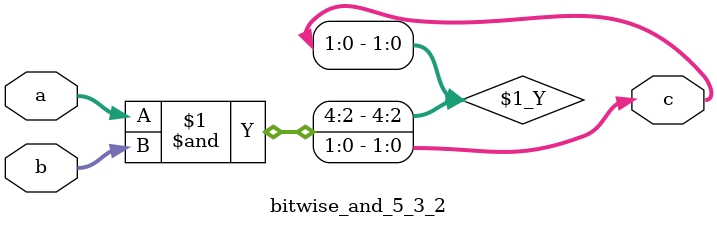
<source format=v>
module bitwise_and_5_3_2(a, b, c);
  input [4:0] a;
  input [2:0] b;
  output [1:0] c;
  assign c = a & b;
endmodule

</source>
